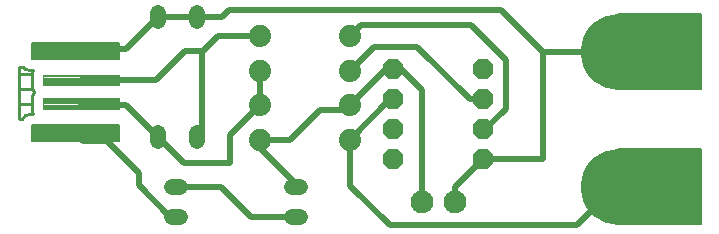
<source format=gbr>
G04 EAGLE Gerber RS-274X export*
G75*
%MOMM*%
%FSLAX34Y34*%
%LPD*%
%INTop Copper*%
%IPPOS*%
%AMOC8*
5,1,8,0,0,1.08239X$1,22.5*%
G01*
%ADD10C,0.150000*%
%ADD11C,0.100000*%
%ADD12P,1.869504X8X292.500000*%
%ADD13C,1.320800*%
%ADD14C,1.879600*%
%ADD15C,6.451600*%
%ADD16C,1.930400*%
%ADD17C,0.508000*%
%ADD18C,0.254000*%

G36*
X565215Y139077D02*
X565215Y139077D01*
X565281Y139079D01*
X565324Y139097D01*
X565371Y139105D01*
X565428Y139139D01*
X565488Y139164D01*
X565523Y139195D01*
X565564Y139220D01*
X565606Y139271D01*
X565654Y139315D01*
X565676Y139357D01*
X565705Y139394D01*
X565726Y139456D01*
X565757Y139515D01*
X565765Y139569D01*
X565777Y139606D01*
X565776Y139646D01*
X565784Y139700D01*
X565784Y203200D01*
X565773Y203265D01*
X565771Y203331D01*
X565753Y203374D01*
X565745Y203421D01*
X565711Y203478D01*
X565686Y203538D01*
X565655Y203573D01*
X565630Y203614D01*
X565579Y203656D01*
X565535Y203704D01*
X565493Y203726D01*
X565456Y203755D01*
X565394Y203776D01*
X565335Y203807D01*
X565281Y203815D01*
X565244Y203827D01*
X565204Y203826D01*
X565150Y203834D01*
X495300Y203834D01*
X495235Y203823D01*
X495169Y203821D01*
X495126Y203803D01*
X495079Y203795D01*
X495022Y203761D01*
X494962Y203736D01*
X494927Y203705D01*
X494886Y203680D01*
X494845Y203629D01*
X494796Y203585D01*
X494774Y203543D01*
X494745Y203506D01*
X494724Y203444D01*
X494693Y203385D01*
X494685Y203331D01*
X494673Y203294D01*
X494674Y203254D01*
X494666Y203200D01*
X494666Y201930D01*
X494677Y201865D01*
X494679Y201799D01*
X494697Y201756D01*
X494705Y201709D01*
X494739Y201652D01*
X494764Y201592D01*
X494795Y201557D01*
X494820Y201516D01*
X494871Y201475D01*
X494915Y201426D01*
X494957Y201404D01*
X494994Y201375D01*
X495056Y201354D01*
X495115Y201323D01*
X495169Y201315D01*
X495206Y201303D01*
X495246Y201304D01*
X495300Y201296D01*
X500117Y201296D01*
X520066Y181347D01*
X520066Y159013D01*
X502657Y141604D01*
X495300Y141604D01*
X495235Y141593D01*
X495169Y141591D01*
X495126Y141573D01*
X495079Y141565D01*
X495022Y141531D01*
X494962Y141506D01*
X494927Y141475D01*
X494886Y141450D01*
X494845Y141399D01*
X494796Y141355D01*
X494774Y141313D01*
X494745Y141276D01*
X494724Y141214D01*
X494693Y141155D01*
X494685Y141101D01*
X494673Y141064D01*
X494673Y141062D01*
X494674Y141024D01*
X494666Y140970D01*
X494666Y139700D01*
X494677Y139635D01*
X494679Y139569D01*
X494697Y139526D01*
X494705Y139479D01*
X494739Y139422D01*
X494764Y139362D01*
X494795Y139327D01*
X494820Y139286D01*
X494871Y139245D01*
X494915Y139196D01*
X494957Y139174D01*
X494994Y139145D01*
X495056Y139124D01*
X495115Y139093D01*
X495169Y139085D01*
X495206Y139073D01*
X495246Y139074D01*
X495300Y139066D01*
X565150Y139066D01*
X565215Y139077D01*
G37*
G36*
X565215Y24777D02*
X565215Y24777D01*
X565281Y24779D01*
X565324Y24797D01*
X565371Y24805D01*
X565428Y24839D01*
X565488Y24864D01*
X565523Y24895D01*
X565564Y24920D01*
X565606Y24971D01*
X565654Y25015D01*
X565676Y25057D01*
X565705Y25094D01*
X565726Y25156D01*
X565757Y25215D01*
X565765Y25269D01*
X565777Y25306D01*
X565776Y25346D01*
X565784Y25400D01*
X565784Y88900D01*
X565773Y88965D01*
X565771Y89031D01*
X565753Y89074D01*
X565745Y89121D01*
X565711Y89178D01*
X565686Y89238D01*
X565655Y89273D01*
X565630Y89314D01*
X565579Y89356D01*
X565535Y89404D01*
X565493Y89426D01*
X565456Y89455D01*
X565394Y89476D01*
X565335Y89507D01*
X565281Y89515D01*
X565244Y89527D01*
X565204Y89526D01*
X565150Y89534D01*
X495300Y89534D01*
X495235Y89523D01*
X495169Y89521D01*
X495126Y89503D01*
X495079Y89495D01*
X495022Y89461D01*
X494962Y89436D01*
X494927Y89405D01*
X494886Y89380D01*
X494845Y89329D01*
X494796Y89285D01*
X494774Y89243D01*
X494745Y89206D01*
X494724Y89144D01*
X494693Y89085D01*
X494685Y89031D01*
X494673Y88994D01*
X494674Y88954D01*
X494666Y88900D01*
X494666Y87630D01*
X494677Y87565D01*
X494679Y87499D01*
X494697Y87456D01*
X494705Y87409D01*
X494739Y87352D01*
X494764Y87292D01*
X494795Y87257D01*
X494820Y87216D01*
X494871Y87175D01*
X494915Y87126D01*
X494957Y87104D01*
X494994Y87075D01*
X495056Y87054D01*
X495115Y87023D01*
X495169Y87015D01*
X495206Y87003D01*
X495246Y87004D01*
X495300Y86996D01*
X500117Y86996D01*
X520066Y67047D01*
X520066Y44713D01*
X502657Y27304D01*
X495300Y27304D01*
X495235Y27293D01*
X495169Y27291D01*
X495126Y27273D01*
X495079Y27265D01*
X495022Y27231D01*
X494962Y27206D01*
X494927Y27175D01*
X494886Y27150D01*
X494845Y27099D01*
X494796Y27055D01*
X494774Y27013D01*
X494745Y26976D01*
X494724Y26914D01*
X494693Y26855D01*
X494685Y26801D01*
X494673Y26764D01*
X494673Y26762D01*
X494674Y26724D01*
X494666Y26670D01*
X494666Y25400D01*
X494677Y25335D01*
X494679Y25269D01*
X494697Y25226D01*
X494705Y25179D01*
X494739Y25122D01*
X494764Y25062D01*
X494795Y25027D01*
X494820Y24986D01*
X494871Y24945D01*
X494915Y24896D01*
X494957Y24874D01*
X494994Y24845D01*
X495056Y24824D01*
X495115Y24793D01*
X495169Y24785D01*
X495206Y24773D01*
X495246Y24774D01*
X495300Y24766D01*
X565150Y24766D01*
X565215Y24777D01*
G37*
D10*
X72050Y95590D02*
X-1450Y95590D01*
X-1450Y109090D01*
X72050Y109090D01*
X72050Y95590D01*
X72050Y97015D02*
X-1450Y97015D01*
X-1450Y98440D02*
X72050Y98440D01*
X72050Y99865D02*
X-1450Y99865D01*
X-1450Y101290D02*
X72050Y101290D01*
X72050Y102715D02*
X-1450Y102715D01*
X-1450Y104140D02*
X72050Y104140D01*
X72050Y105565D02*
X-1450Y105565D01*
X-1450Y106990D02*
X72050Y106990D01*
X72050Y108415D02*
X-1450Y108415D01*
D11*
X8300Y122840D02*
X72300Y122840D01*
X8300Y122840D02*
X8300Y131840D01*
X72300Y131840D01*
X72300Y122840D01*
X72300Y123790D02*
X8300Y123790D01*
X8300Y124740D02*
X72300Y124740D01*
X72300Y125690D02*
X8300Y125690D01*
X8300Y126640D02*
X72300Y126640D01*
X72300Y127590D02*
X8300Y127590D01*
X8300Y128540D02*
X72300Y128540D01*
X72300Y129490D02*
X8300Y129490D01*
X8300Y130440D02*
X72300Y130440D01*
X72300Y131390D02*
X8300Y131390D01*
X8300Y142840D02*
X72300Y142840D01*
X8300Y142840D02*
X8300Y151840D01*
X72300Y151840D01*
X72300Y142840D01*
X72300Y143790D02*
X8300Y143790D01*
X8300Y144740D02*
X72300Y144740D01*
X72300Y145690D02*
X8300Y145690D01*
X8300Y146640D02*
X72300Y146640D01*
X72300Y147590D02*
X8300Y147590D01*
X8300Y148540D02*
X72300Y148540D01*
X72300Y149490D02*
X8300Y149490D01*
X8300Y150440D02*
X72300Y150440D01*
X72300Y151390D02*
X8300Y151390D01*
D10*
X-1450Y165590D02*
X72050Y165590D01*
X-1450Y165590D02*
X-1450Y179090D01*
X72050Y179090D01*
X72050Y165590D01*
X72050Y167015D02*
X-1450Y167015D01*
X-1450Y168440D02*
X72050Y168440D01*
X72050Y169865D02*
X-1450Y169865D01*
X-1450Y171290D02*
X72050Y171290D01*
X72050Y172715D02*
X-1450Y172715D01*
X-1450Y174140D02*
X72050Y174140D01*
X72050Y175565D02*
X-1450Y175565D01*
X-1450Y176990D02*
X72050Y176990D01*
X72050Y178415D02*
X-1450Y178415D01*
D12*
X380580Y156390D03*
X380580Y130990D03*
X380580Y105590D03*
X380580Y80190D03*
X304380Y80190D03*
X304380Y105590D03*
X304380Y130990D03*
X304380Y156390D03*
D13*
X138530Y102542D02*
X138530Y95938D01*
X138530Y197538D02*
X138530Y204142D01*
X105080Y102542D02*
X105080Y95938D01*
X105080Y197538D02*
X105080Y204142D01*
D14*
X191770Y155160D03*
X267970Y155160D03*
X191770Y184510D03*
X267970Y184510D03*
X191770Y96880D03*
X267970Y96880D03*
X191770Y126090D03*
X267970Y126090D03*
D15*
X495300Y171450D03*
X495300Y57150D03*
D13*
X225552Y57150D02*
X218948Y57150D01*
X123952Y57150D02*
X117348Y57150D01*
X218948Y31750D02*
X225552Y31750D01*
X123952Y31750D02*
X117348Y31750D01*
D16*
X328930Y44450D03*
X356870Y44450D03*
D17*
X191770Y126090D02*
X191770Y155160D01*
X127104Y77216D02*
X105080Y99240D01*
X127104Y77216D02*
X166370Y77216D01*
X166370Y100690D02*
X191770Y126090D01*
X166370Y100690D02*
X166370Y77216D01*
X41148Y126492D02*
X40300Y127340D01*
X41148Y126492D02*
X77828Y126492D01*
X105080Y99240D01*
X138530Y99240D02*
X142645Y103355D01*
X142645Y171450D01*
X142645Y171810D01*
X103800Y147340D02*
X40300Y147340D01*
X103800Y147340D02*
X128270Y171810D01*
X142645Y171810D01*
X142645Y171450D02*
X155705Y184510D01*
X191770Y184510D01*
X159692Y200840D02*
X138530Y200840D01*
X431380Y171450D02*
X431380Y80190D01*
X380580Y80190D01*
X431380Y171450D02*
X495300Y171450D01*
X380580Y80190D02*
X356870Y56480D01*
X356870Y44450D01*
X36696Y173736D02*
X35300Y172340D01*
X36696Y173736D02*
X77976Y173736D01*
X105080Y200840D01*
X138530Y200840D01*
X396103Y206727D02*
X431380Y171450D01*
X396103Y206727D02*
X165579Y206727D01*
X159692Y200840D01*
X267970Y126330D02*
X298030Y156390D01*
X267970Y126330D02*
X267970Y126090D01*
X298030Y156390D02*
X304380Y156390D01*
X267970Y126090D02*
X267970Y122280D01*
X242570Y122280D01*
X217170Y96880D01*
X222250Y59690D02*
X222250Y57150D01*
X217170Y96880D02*
X191770Y96880D01*
X191770Y90170D01*
X222250Y59690D01*
X328930Y44450D02*
X328930Y138926D01*
X311466Y156390D01*
X304380Y156390D01*
X369514Y130990D02*
X380580Y130990D01*
X324998Y175506D02*
X288316Y175506D01*
X267970Y155160D01*
X324998Y175506D02*
X369514Y130990D01*
X380580Y105590D02*
X382214Y105590D01*
X399696Y123072D01*
X399696Y164308D01*
X370297Y193707D01*
X277167Y193707D01*
X267970Y184510D01*
X302080Y130990D02*
X267970Y96880D01*
X302080Y130990D02*
X304380Y130990D01*
X492506Y57150D02*
X495300Y57150D01*
X492506Y57150D02*
X459674Y24318D01*
X301541Y24318D01*
X267970Y57889D01*
X267970Y96880D01*
X222250Y31750D02*
X184150Y31750D01*
X158750Y57150D01*
X120650Y57150D01*
X41650Y95990D02*
X35300Y102340D01*
X88900Y58136D02*
X115286Y31750D01*
X120650Y31750D01*
X61798Y95990D02*
X41650Y95990D01*
X61798Y95990D02*
X88900Y68888D01*
X88900Y58136D01*
D18*
X-1410Y140909D02*
X-1410Y153771D01*
X-1410Y140909D02*
X0Y137504D01*
X0Y137176D01*
X-1410Y133771D01*
X-1410Y120909D01*
X-640Y119050D01*
X-3431Y119050D01*
X-7092Y117534D01*
X-9894Y114732D01*
X-10073Y114300D01*
X-12700Y114300D01*
X-12700Y158750D01*
X-8696Y158750D01*
X-7092Y157146D01*
X-3431Y155630D01*
X-640Y155630D01*
X-1410Y153771D01*
X-10073Y114300D02*
X-12700Y114300D01*
X-12700Y127000D02*
X-1410Y127000D01*
X-909Y139700D02*
X-12700Y139700D01*
X-12700Y152400D02*
X-1410Y152400D01*
X-12700Y158750D02*
X-12700Y114300D01*
M02*

</source>
